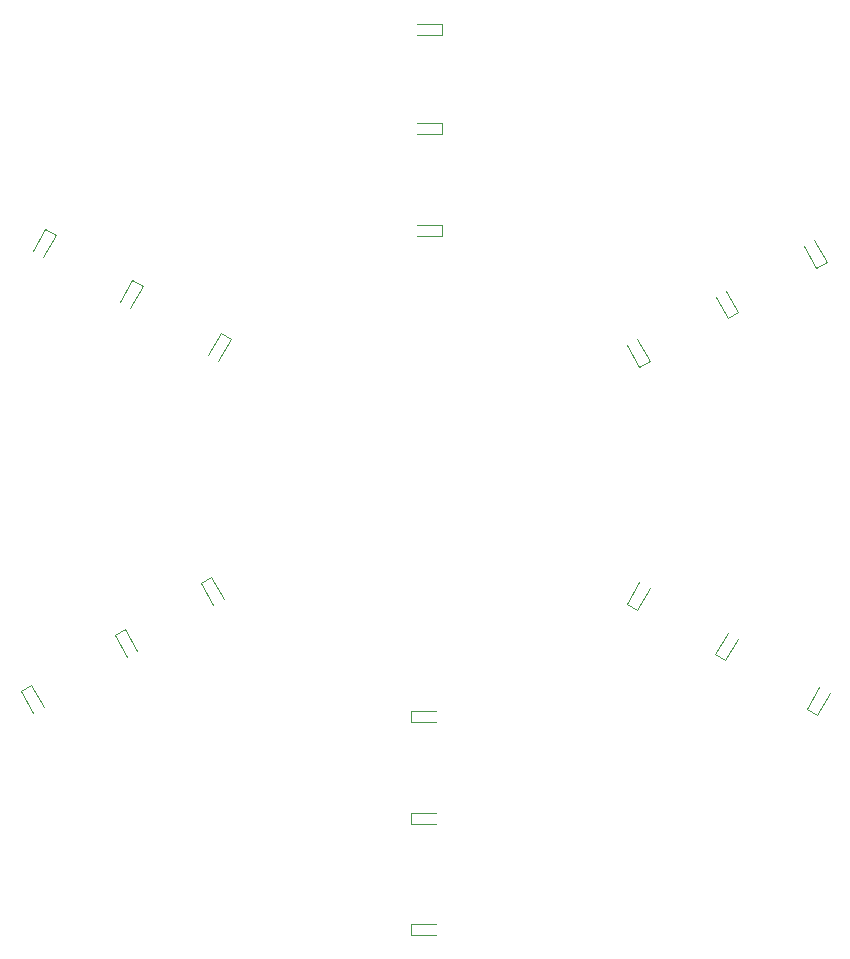
<source format=gto>
G04 #@! TF.FileFunction,Legend,Top*
%FSLAX46Y46*%
G04 Gerber Fmt 4.6, Leading zero omitted, Abs format (unit mm)*
G04 Created by KiCad (PCBNEW 4.0.5+dfsg1-4) date Tue Nov  6 22:38:28 2018*
%MOMM*%
%LPD*%
G01*
G04 APERTURE LIST*
%ADD10C,0.100000*%
%ADD11C,0.120000*%
%ADD12C,0.150000*%
G04 APERTURE END LIST*
D10*
D11*
X166754796Y-91424925D02*
X167620822Y-90924925D01*
X167620822Y-90924925D02*
X166570822Y-89106272D01*
X166754796Y-91424925D02*
X165704796Y-89606272D01*
X165708801Y-111498926D02*
X166574827Y-111998926D01*
X166574827Y-111998926D02*
X167624827Y-110180273D01*
X165708801Y-111498926D02*
X166758801Y-109680273D01*
X147457816Y-120537093D02*
X147457816Y-121537093D01*
X147457816Y-121537093D02*
X149557816Y-121537093D01*
X147457816Y-120537093D02*
X149557816Y-120537093D01*
X130506828Y-109247260D02*
X129640802Y-109747260D01*
X129640802Y-109747260D02*
X130690802Y-111565913D01*
X130506828Y-109247260D02*
X131556828Y-111065913D01*
X132168828Y-89104080D02*
X131302802Y-88604080D01*
X131302802Y-88604080D02*
X130252802Y-90422733D01*
X132168828Y-89104080D02*
X131118828Y-90922733D01*
X150019812Y-80389094D02*
X150019812Y-79389094D01*
X150019812Y-79389094D02*
X147919812Y-79389094D01*
X150019812Y-80389094D02*
X147919812Y-80389094D01*
X174266800Y-87291748D02*
X175132826Y-86791748D01*
X175132826Y-86791748D02*
X174082826Y-84973095D01*
X174266800Y-87291748D02*
X173216800Y-85473095D01*
X173182798Y-115747748D02*
X174048824Y-116247748D01*
X174048824Y-116247748D02*
X175098824Y-114429095D01*
X173182798Y-115747748D02*
X174232798Y-113929095D01*
X147457813Y-129173092D02*
X147457813Y-130173092D01*
X147457813Y-130173092D02*
X149557813Y-130173092D01*
X147457813Y-129173092D02*
X149557813Y-129173092D01*
X123186627Y-113644590D02*
X122320601Y-114144590D01*
X122320601Y-114144590D02*
X123370601Y-115963243D01*
X123186627Y-113644590D02*
X124236627Y-115463243D01*
X124694822Y-84601258D02*
X123828796Y-84101258D01*
X123828796Y-84101258D02*
X122778796Y-85919911D01*
X124694822Y-84601258D02*
X123644822Y-86419911D01*
X150019812Y-71753094D02*
X150019812Y-70753094D01*
X150019812Y-70753094D02*
X147919812Y-70753094D01*
X150019812Y-71753094D02*
X147919812Y-71753094D01*
X181740802Y-83042929D02*
X182606828Y-82542929D01*
X182606828Y-82542929D02*
X181556828Y-80724276D01*
X181740802Y-83042929D02*
X180690802Y-81224276D01*
X180948801Y-120388929D02*
X181814827Y-120888929D01*
X181814827Y-120888929D02*
X182864827Y-119070276D01*
X180948801Y-120388929D02*
X181998801Y-118570276D01*
X147457815Y-138571094D02*
X147457815Y-139571094D01*
X147457815Y-139571094D02*
X149557815Y-139571094D01*
X147457815Y-138571094D02*
X149557815Y-138571094D01*
X115266824Y-118391258D02*
X114400798Y-118891258D01*
X114400798Y-118891258D02*
X115450798Y-120709911D01*
X115266824Y-118391258D02*
X116316824Y-120209911D01*
X117328829Y-80283262D02*
X116462803Y-79783262D01*
X116462803Y-79783262D02*
X115412803Y-81601915D01*
X117328829Y-80283262D02*
X116278829Y-82101915D01*
X150057812Y-63371090D02*
X150057812Y-62371090D01*
X150057812Y-62371090D02*
X147957812Y-62371090D01*
X150057812Y-63371090D02*
X147957812Y-63371090D01*
D12*
M02*

</source>
